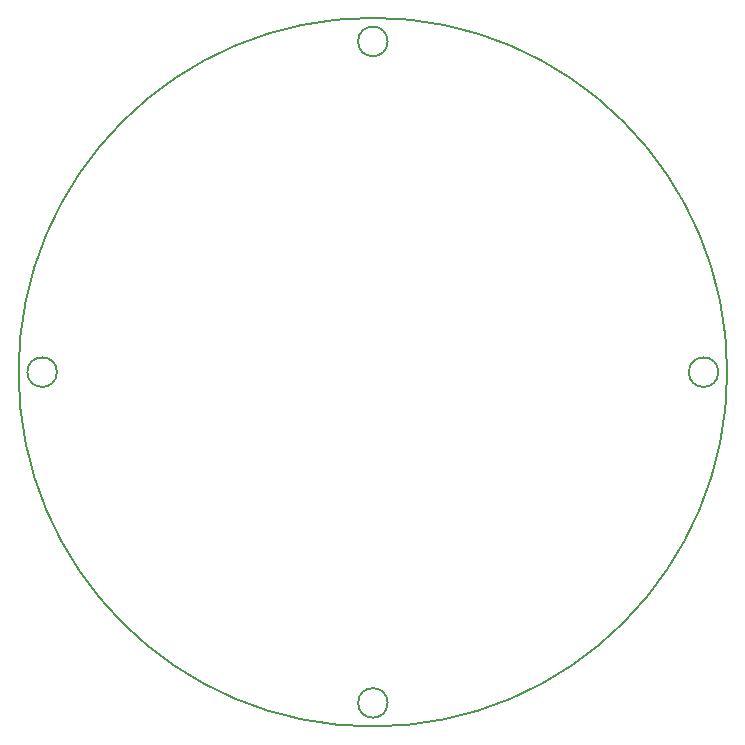
<source format=gm1>
G04*
G04 #@! TF.GenerationSoftware,Altium Limited,Altium Designer,21.1.1 (26)*
G04*
G04 Layer_Color=16711935*
%FSLAX25Y25*%
%MOIN*%
G70*
G04*
G04 #@! TF.SameCoordinates,9F038678-4366-4243-B603-68D3A5877AFB*
G04*
G04*
G04 #@! TF.FilePolarity,Positive*
G04*
G01*
G75*
%ADD20C,0.00500*%
D20*
X118110Y-1D02*
G03*
X118110Y-1I-118110J0D01*
G01*
X115157D02*
G03*
X115157Y-1I-4921J0D01*
G01*
X4921Y110235D02*
G03*
X4921Y110235I-4921J0D01*
G01*
X-105315Y-1D02*
G03*
X-105315Y-1I-4921J0D01*
G01*
X4921Y-110237D02*
G03*
X4921Y-110237I-4921J0D01*
G01*
M02*

</source>
